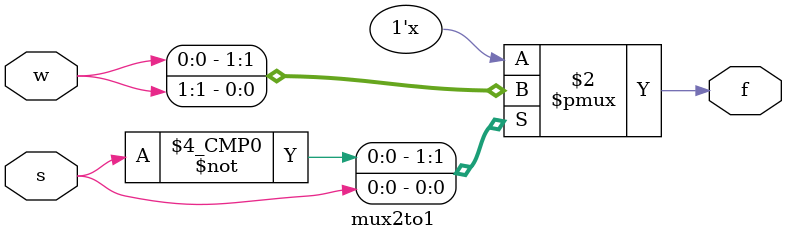
<source format=v>
module mux2to1(w,s,f);

input [1:0]w;
input s;

output reg f;

always @(w or s)

	case(s)
		1'b0: f=w[0];
		1'b1: f=w[1];
	endcase
endmodule

</source>
